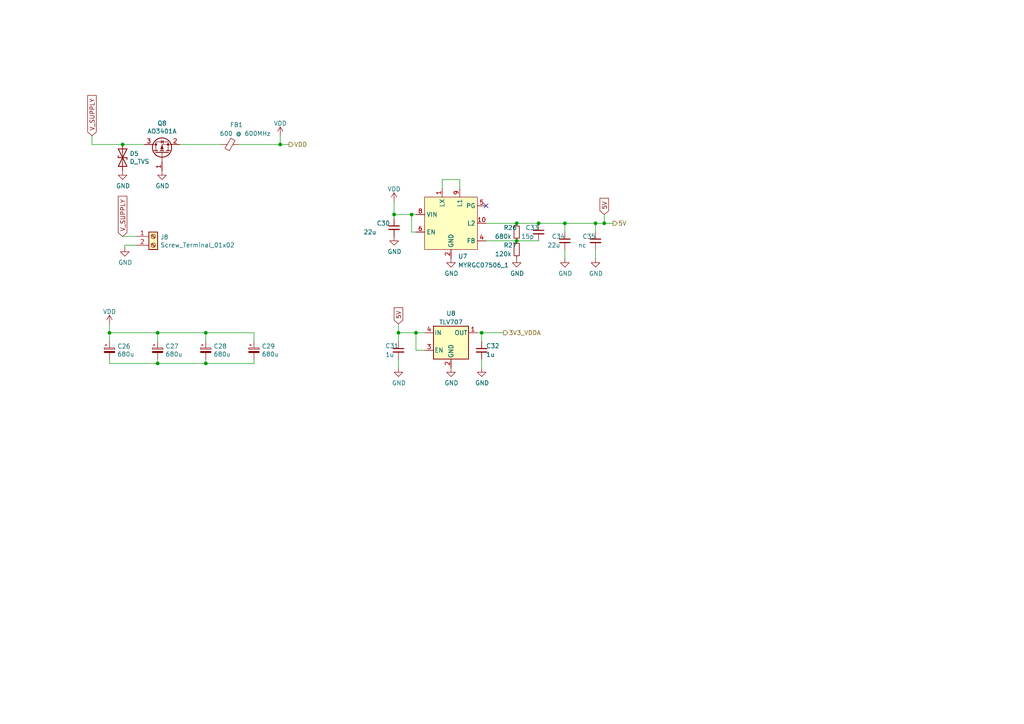
<source format=kicad_sch>
(kicad_sch (version 20211123) (generator eeschema)
  (paper "A4")
  (lib_symbols
    (symbol "Connector:Screw_Terminal_01x02" (pin_names (offset 1.016) hide)
      (property "Reference" "J" (at 0 2.54 0))
      (property "Value" "Screw_Terminal_01x02" (at 0 -5.08 0))
      (symbol "Screw_Terminal_01x02_1_1"
        (rectangle (start -1.27 1.27) (end 1.27 -3.81) (stroke (width 0.254)) (fill (type background)))
        (circle (center 0 -2.54) (radius 0.635) (stroke (width 0.1524)))
        (polyline (pts (xy -0.5334 -2.2098) (xy 0.3302 -3.048)) (stroke (width 0.1524)))
        (polyline (pts (xy -0.5334 0.3302) (xy 0.3302 -0.508)) (stroke (width 0.1524)))
        (polyline (pts (xy -0.3556 -2.032) (xy 0.508 -2.8702)) (stroke (width 0.1524)))
        (polyline (pts (xy -0.3556 0.508) (xy 0.508 -0.3302)) (stroke (width 0.1524)))
        (circle (center 0 0) (radius 0.635) (stroke (width 0.1524)))
        (pin passive line (at -5.08 0 0) (length 3.81) (name "Pin_1") (number "1"))
        (pin passive line (at -5.08 -2.54 0) (length 3.81) (name "Pin_2") (number "2"))
      )
    )
    (symbol "Device:CP_Small" (pin_numbers hide) (pin_names (offset 0.254) hide)
      (property "Reference" "C" (at 0.254 1.778 0))
      (property "Value" "Device_CP_Small" (at 0.254 -2.032 0))
      (symbol "CP_Small_0_1"
        (rectangle (start -1.524 -0.3048) (end 1.524 -0.6858) (fill (type outline)))
        (rectangle (start -1.524 0.6858) (end 1.524 0.3048))
        (polyline (pts (xy -1.27 1.524) (xy -0.762 1.524)))
        (polyline (pts (xy -1.016 1.27) (xy -1.016 1.778)))
      )
      (symbol "CP_Small_1_1"
        (pin passive line (at 0 2.54 270) (length 1.8542) (name "~") (number "1"))
        (pin passive line (at 0 -2.54 90) (length 1.8542) (name "~") (number "2"))
      )
    )
    (symbol "Device:C_Small" (pin_numbers hide) (pin_names (offset 0.254) hide)
      (property "Reference" "C" (at 0.254 1.778 0))
      (property "Value" "C_Small" (at 0.254 -2.032 0))
      (symbol "C_Small_0_1"
        (polyline (pts (xy -1.524 -0.508) (xy 1.524 -0.508)) (stroke (width 0.3302)))
        (polyline (pts (xy -1.524 0.508) (xy 1.524 0.508)) (stroke (width 0.3048)))
      )
      (symbol "C_Small_1_1"
        (pin passive line (at 0 2.54 270) (length 2.032) (name "~") (number "1"))
        (pin passive line (at 0 -2.54 90) (length 2.032) (name "~") (number "2"))
      )
    )
    (symbol "Device:D_TVS" (pin_numbers hide) (pin_names (offset 1.016) hide)
      (property "Reference" "D" (at 0 2.54 0))
      (property "Value" "D_TVS" (at 0 -2.54 0))
      (symbol "D_TVS_0_1"
        (polyline (pts (xy 1.27 0) (xy -1.27 0)))
        (polyline (pts (xy 0.508 1.27) (xy 0 1.27) (xy 0 -1.27) (xy -0.508 -1.27)) (stroke (width 0.254)))
        (polyline (pts (xy -2.54 1.27) (xy -2.54 -1.27) (xy 2.54 1.27) (xy 2.54 -1.27) (xy -2.54 1.27)) (stroke (width 0.254)))
      )
      (symbol "D_TVS_1_1"
        (pin passive line (at -3.81 0 0) (length 2.54) (name "A1") (number "1"))
        (pin passive line (at 3.81 0 180) (length 2.54) (name "A2") (number "2"))
      )
    )
    (symbol "Device:Ferrite_Bead_Small" (pin_numbers hide) (pin_names (offset 0))
      (property "Reference" "FB" (at 1.905 1.27 0))
      (property "Value" "Device_Ferrite_Bead_Small" (at 1.905 -1.27 0))
      (symbol "Ferrite_Bead_Small_0_1"
        (polyline (pts (xy 0 -1.27) (xy 0 -0.7874)))
        (polyline (pts (xy 0 0.889) (xy 0 1.2954)))
        (polyline (pts (xy -1.8288 0.2794) (xy -1.1176 1.4986) (xy 1.8288 -0.2032) (xy 1.1176 -1.4224) (xy -1.8288 0.2794)))
      )
      (symbol "Ferrite_Bead_Small_1_1"
        (pin passive line (at 0 2.54 270) (length 1.27) (name "~") (number "1"))
        (pin passive line (at 0 -2.54 90) (length 1.27) (name "~") (number "2"))
      )
    )
    (symbol "Device:R_Small" (pin_numbers hide) (pin_names (offset 0.254) hide)
      (property "Reference" "R" (at 0.762 0.508 0))
      (property "Value" "R_Small" (at 0.762 -1.016 0))
      (symbol "R_Small_0_1"
        (rectangle (start -0.762 1.778) (end 0.762 -1.778) (stroke (width 0.2032)))
      )
      (symbol "R_Small_1_1"
        (pin passive line (at 0 2.54 270) (length 0.762) (name "~") (number "1"))
        (pin passive line (at 0 -2.54 90) (length 0.762) (name "~") (number "2"))
      )
    )
    (symbol "MyLibrary_PMSM:MYRGC07506_1"
      (property "Reference" "U" (at 6.35 8.89 0))
      (property "Value" "MYRGC07506_1" (at -7.62 -8.89 0))
      (symbol "MYRGC07506_1_0_1"
        (rectangle (start -7.62 7.62) (end 7.62 -7.62) (stroke (width 0.1524)) (fill (type background)))
      )
      (symbol "MYRGC07506_1_1_1"
        (pin power_out line (at -2.54 10.16 270) (length 2.54) (name "LX") (number "1"))
        (pin power_in line (at 10.16 0 180) (length 2.54) (name "L2") (number "10"))
        (pin output line (at 0 -10.16 90) (length 2.54) (name "GND") (number "2"))
        (pin no_connect line (at -10.16 6.35 0) (length 2.54) hide (name "NC") (number "3"))
        (pin input line (at 10.16 -5.08 180) (length 2.54) (name "FB") (number "4"))
        (pin input line (at 10.16 5.08 180) (length 2.54) (name "PG") (number "5"))
        (pin output line (at -10.16 -2.54 0) (length 2.54) (name "EN") (number "6"))
        (pin no_connect line (at -10.16 -6.35 0) (length 2.54) hide (name "NC") (number "7"))
        (pin power_in line (at -10.16 2.54 0) (length 2.54) (name "VIN") (number "8"))
        (pin power_in line (at 2.54 10.16 270) (length 2.54) (name "L1") (number "9"))
      )
    )
    (symbol "MyLibrary_PMSM:TLV707" (pin_names (offset 0.254))
      (property "Reference" "U" (at -3.81 5.715 0))
      (property "Value" "TLV707" (at 0 5.715 0))
      (symbol "TLV707_0_1"
        (rectangle (start -5.08 4.445) (end 5.08 -5.08) (stroke (width 0.254)) (fill (type background)))
      )
      (symbol "TLV707_1_1"
        (pin power_out line (at 7.62 2.54 180) (length 2.54) (name "OUT") (number "1"))
        (pin power_in line (at 0 -7.62 90) (length 2.54) (name "GND") (number "2"))
        (pin input line (at -7.62 -2.54 0) (length 2.54) (name "EN") (number "3"))
        (pin power_in line (at -7.62 2.54 0) (length 2.54) (name "IN") (number "4"))
      )
    )
    (symbol "Transistor_FET:AO3401A" (pin_names hide)
      (property "Reference" "Q" (at 5.08 1.905 0))
      (property "Value" "AO3401A" (at 5.08 0 0))
      (symbol "AO3401A_0_1"
        (polyline (pts (xy 0.254 0) (xy -2.54 0)))
        (polyline (pts (xy 0.254 1.905) (xy 0.254 -1.905)) (stroke (width 0.254)))
        (polyline (pts (xy 0.762 -1.27) (xy 0.762 -2.286)) (stroke (width 0.254)))
        (polyline (pts (xy 0.762 0.508) (xy 0.762 -0.508)) (stroke (width 0.254)))
        (polyline (pts (xy 0.762 2.286) (xy 0.762 1.27)) (stroke (width 0.254)))
        (polyline (pts (xy 2.54 2.54) (xy 2.54 1.778)))
        (polyline (pts (xy 2.54 -2.54) (xy 2.54 0) (xy 0.762 0)))
        (polyline (pts (xy 0.762 1.778) (xy 3.302 1.778) (xy 3.302 -1.778) (xy 0.762 -1.778)))
        (polyline (pts (xy 2.286 0) (xy 1.27 0.381) (xy 1.27 -0.381) (xy 2.286 0)) (fill (type outline)))
        (polyline (pts (xy 2.794 -0.508) (xy 2.921 -0.381) (xy 3.683 -0.381) (xy 3.81 -0.254)))
        (polyline (pts (xy 3.302 -0.381) (xy 2.921 0.254) (xy 3.683 0.254) (xy 3.302 -0.381)))
        (circle (center 1.651 0) (radius 2.794) (stroke (width 0.254)))
        (circle (center 2.54 -1.778) (radius 0.254) (fill (type outline)))
        (circle (center 2.54 1.778) (radius 0.254) (fill (type outline)))
      )
      (symbol "AO3401A_1_1"
        (pin input line (at -5.08 0 0) (length 2.54) (name "G") (number "1"))
        (pin passive line (at 2.54 -5.08 90) (length 2.54) (name "S") (number "2"))
        (pin passive line (at 2.54 5.08 270) (length 2.54) (name "D") (number "3"))
      )
    )
    (symbol "power:GND" (power) (pin_names (offset 0))
      (property "Value" "GND" (at 0 -3.81 0))
      (symbol "GND_0_1"
        (polyline (pts (xy 0 0) (xy 0 -1.27) (xy 1.27 -1.27) (xy 0 -2.54) (xy -1.27 -1.27) (xy 0 -1.27)))
      )
      (symbol "GND_1_1"
        (pin power_in line (at 0 0 270) (length 0) hide (name "GND") (number "1"))
      )
    )
    (symbol "power:VDD" (power) (pin_names (offset 0))
      (property "Value" "VDD" (at 0 3.81 0))
      (symbol "VDD_0_1"
        (polyline (pts (xy -0.762 1.27) (xy 0 2.54)))
        (polyline (pts (xy 0 0) (xy 0 2.54)))
        (polyline (pts (xy 0 2.54) (xy 0.762 1.27)))
      )
      (symbol "VDD_1_1"
        (pin power_in line (at 0 0 90) (length 0) hide (name "VDD") (number "1"))
      )
    )
  )
  (junction (at 115.57 96.52))
  (junction (at 45.72 96.52))
  (junction (at 149.86 64.77))
  (junction (at 59.69 96.52))
  (junction (at 114.3 62.23))
  (junction (at 31.75 96.52))
  (junction (at 156.21 64.77))
  (junction (at 35.56 41.91))
  (junction (at 120.65 96.52))
  (junction (at 175.26 64.77))
  (junction (at 81.28 41.91))
  (junction (at 149.86 69.85))
  (junction (at 59.69 105.41))
  (junction (at 163.83 64.77))
  (junction (at 119.38 62.23))
  (junction (at 172.72 64.77))
  (junction (at 139.7 96.52))
  (junction (at 45.72 105.41))
  (no_connect (at 140.97 59.69))
  (wire (pts (xy 59.69 105.41) (xy 73.66 105.41)))
  (wire (pts (xy 31.75 93.98) (xy 31.75 96.52)))
  (wire (pts (xy 115.57 104.14) (xy 115.57 106.68)))
  (wire (pts (xy 115.57 96.52) (xy 120.65 96.52)))
  (wire (pts (xy 73.66 96.52) (xy 73.66 99.06)))
  (wire (pts (xy 73.66 105.41) (xy 73.66 104.14)))
  (wire (pts (xy 128.27 54.61) (xy 128.27 52.07)))
  (wire (pts (xy 114.3 62.23) (xy 119.38 62.23)))
  (wire (pts (xy 163.83 64.77) (xy 172.72 64.77)))
  (wire (pts (xy 133.35 52.07) (xy 133.35 54.61)))
  (wire (pts (xy 31.75 96.52) (xy 45.72 96.52)))
  (wire (pts (xy 26.67 41.91) (xy 35.56 41.91)))
  (wire (pts (xy 36.195 71.755) (xy 36.195 71.12)))
  (wire (pts (xy 45.72 96.52) (xy 59.69 96.52)))
  (wire (pts (xy 123.19 101.6) (xy 120.65 101.6)))
  (wire (pts (xy 81.28 39.37) (xy 81.28 41.91)))
  (wire (pts (xy 31.75 104.14) (xy 31.75 105.41)))
  (wire (pts (xy 149.86 64.77) (xy 156.21 64.77)))
  (wire (pts (xy 115.57 96.52) (xy 115.57 99.06)))
  (wire (pts (xy 175.26 64.77) (xy 172.72 64.77)))
  (wire (pts (xy 163.83 72.39) (xy 163.83 74.93)))
  (wire (pts (xy 81.28 41.91) (xy 83.82 41.91)))
  (wire (pts (xy 120.65 96.52) (xy 123.19 96.52)))
  (wire (pts (xy 140.97 69.85) (xy 149.86 69.85)))
  (wire (pts (xy 172.72 72.39) (xy 172.72 74.93)))
  (wire (pts (xy 128.27 52.07) (xy 133.35 52.07)))
  (wire (pts (xy 149.86 69.85) (xy 156.21 69.85)))
  (wire (pts (xy 31.75 105.41) (xy 45.72 105.41)))
  (wire (pts (xy 31.75 96.52) (xy 31.75 99.06)))
  (wire (pts (xy 175.26 62.23) (xy 175.26 64.77)))
  (wire (pts (xy 45.72 105.41) (xy 59.69 105.41)))
  (wire (pts (xy 163.83 64.77) (xy 163.83 67.31)))
  (wire (pts (xy 45.72 99.06) (xy 45.72 96.52)))
  (wire (pts (xy 26.67 41.91) (xy 26.67 39.37)))
  (wire (pts (xy 59.69 96.52) (xy 73.66 96.52)))
  (wire (pts (xy 45.72 104.14) (xy 45.72 105.41)))
  (wire (pts (xy 139.7 96.52) (xy 139.7 99.06)))
  (wire (pts (xy 140.97 64.77) (xy 149.86 64.77)))
  (wire (pts (xy 59.69 104.14) (xy 59.69 105.41)))
  (wire (pts (xy 172.72 64.77) (xy 172.72 67.31)))
  (wire (pts (xy 139.7 96.52) (xy 146.05 96.52)))
  (wire (pts (xy 119.38 67.31) (xy 119.38 62.23)))
  (wire (pts (xy 69.215 41.91) (xy 81.28 41.91)))
  (wire (pts (xy 52.07 41.91) (xy 64.135 41.91)))
  (wire (pts (xy 175.26 64.77) (xy 177.8 64.77)))
  (wire (pts (xy 120.65 101.6) (xy 120.65 96.52)))
  (wire (pts (xy 114.3 62.23) (xy 114.3 63.5)))
  (wire (pts (xy 115.57 93.98) (xy 115.57 96.52)))
  (wire (pts (xy 114.3 58.42) (xy 114.3 62.23)))
  (wire (pts (xy 120.65 67.31) (xy 119.38 67.31)))
  (wire (pts (xy 35.56 41.91) (xy 41.91 41.91)))
  (wire (pts (xy 36.195 71.12) (xy 39.37 71.12)))
  (wire (pts (xy 59.69 99.06) (xy 59.69 96.52)))
  (wire (pts (xy 139.7 104.14) (xy 139.7 106.68)))
  (wire (pts (xy 138.43 96.52) (xy 139.7 96.52)))
  (wire (pts (xy 156.21 64.77) (xy 163.83 64.77)))
  (wire (pts (xy 35.56 68.58) (xy 39.37 68.58)))
  (wire (pts (xy 119.38 62.23) (xy 120.65 62.23)))
  (global_label "V_SUPPLY" (shape input) (at 26.67 39.37 90) (property "Intersheet References" "${INTERSHEET_REFS}" (effects hide)))
  (global_label "5V" (shape input) (at 115.57 93.98 90) (property "Intersheet References" "${INTERSHEET_REFS}" (effects hide)))
  (global_label "5V" (shape input) (at 175.26 62.23 90) (property "Intersheet References" "${INTERSHEET_REFS}" (effects hide)))
  (global_label "V_SUPPLY" (shape input) (at 35.56 68.58 90) (property "Intersheet References" "${INTERSHEET_REFS}" (effects hide)))
  (hierarchical_label "5V" (shape output) (at 177.8 64.77 0))
  (hierarchical_label "VDD" (shape output) (at 83.82 41.91 0))
  (hierarchical_label "3V3_VDDA" (shape output) (at 146.05 96.52 0))
  (symbol (lib_id "Device:C_Small") (at 114.3 66.04 0) (unit 1)
    (property "Reference" "C30" (at 109.22 64.77 0) (effects (justify left)))
    (property "Value" "22u" (at 105.41 67.31 0) (effects (justify left)))
    (property "Footprint" "Capacitor_SMD:C_0805_2012Metric" (effects hide))
  )
  (symbol (lib_id "power:GND") (at 35.56 49.53 0) (unit 1)
    (property "Reference" "#PWR020" (effects hide))
    (property "Value" "GND" (at 35.687 53.9242 0))
  )
  (symbol (lib_id "Device:R_Small") (at 149.86 67.31 0) (unit 1)
    (property "Reference" "R26" (at 146.05 66.04 0) (effects (justify left)))
    (property "Value" "680k" (at 143.51 68.58 0) (effects (justify left)))
    (property "Footprint" "Resistor_SMD:R_0603_1608Metric" (effects hide))
  )
  (symbol (lib_id "power:GND") (at 36.195 71.755 0) (unit 1)
    (property "Reference" "#PWR022" (effects hide))
    (property "Value" "GND" (at 36.322 76.1492 0))
  )
  (symbol (lib_id "power:GND") (at 149.86 74.93 0) (unit 1)
    (property "Reference" "#PWR029" (effects hide))
    (property "Value" "GND" (at 149.987 79.3242 0))
  )
  (symbol (lib_id "Device:C_Small") (at 163.83 69.85 0) (unit 1)
    (property "Reference" "C34" (at 160.02 68.58 0) (effects (justify left)))
    (property "Value" "22u" (at 158.75 71.12 0) (effects (justify left)))
    (property "Footprint" "Capacitor_SMD:C_0603_1608Metric" (effects hide))
  )
  (symbol (lib_id "Device:CP_Small") (at 45.72 101.6 0) (unit 1)
    (property "Reference" "C27" (at 47.9552 100.4316 0) (effects (justify left)))
    (property "Value" "680u" (at 47.9552 102.743 0) (effects (justify left)))
    (property "Footprint" "Capacitor_SMD:CP_Elec_10x12.6" (effects hide))
  )
  (symbol (lib_id "Device:CP_Small") (at 73.66 101.6 0) (unit 1)
    (property "Reference" "C29" (at 75.8952 100.4316 0) (effects (justify left)))
    (property "Value" "680u" (at 75.8952 102.743 0) (effects (justify left)))
    (property "Footprint" "Capacitor_SMD:CP_Elec_10x12.6" (effects hide))
  )
  (symbol (lib_id "Connector:Screw_Terminal_01x02") (at 44.45 68.58 0) (unit 1)
    (property "Reference" "J8" (at 46.482 68.7832 0) (effects (justify left)))
    (property "Value" "Screw_Terminal_01x02" (at 46.482 71.0946 0) (effects (justify left)))
    (property "Footprint" "TerminalBlock_Phoenix:TerminalBlock_Phoenix_PT-1,5-2-3.5-H_1x02_P3.50mm_Horizontal" (effects hide))
  )
  (symbol (lib_id "power:GND") (at 130.81 106.68 0) (unit 1)
    (property "Reference" "#PWR027" (effects hide))
    (property "Value" "GND" (at 130.937 111.0742 0))
  )
  (symbol (lib_id "Device:C_Small") (at 139.7 101.6 0) (unit 1)
    (property "Reference" "C32" (at 140.97 100.33 0) (effects (justify left)))
    (property "Value" "1u" (at 140.97 102.87 0) (effects (justify left)))
    (property "Footprint" "Capacitor_SMD:C_0603_1608Metric" (effects hide))
  )
  (symbol (lib_id "Transistor_FET:AO3401A") (at 46.99 44.45 90) (unit 1)
    (property "Reference" "Q8" (at 46.99 35.7632 90))
    (property "Value" "AO3401A" (at 46.99 38.0746 90))
    (property "Footprint" "Package_TO_SOT_SMD:SOT-23" (effects hide))
    (property "Datasheet" "http://www.aosmd.com/pdfs/datasheet/AO3401A.pdf" (effects hide))
  )
  (symbol (lib_id "MyLibrary_PMSM:TLV707") (at 130.81 99.06 0) (unit 1)
    (property "Reference" "U8" (at 130.81 90.9152 0))
    (property "Value" "TLV707" (at 130.81 93.4521 0))
    (property "Footprint" "MyLibrary:TLV707" (effects hide))
  )
  (symbol (lib_id "Device:CP_Small") (at 59.69 101.6 0) (unit 1)
    (property "Reference" "C28" (at 61.9252 100.4316 0) (effects (justify left)))
    (property "Value" "680u" (at 61.9252 102.743 0) (effects (justify left)))
    (property "Footprint" "Capacitor_SMD:CP_Elec_10x12.6" (effects hide))
  )
  (symbol (lib_id "power:GND") (at 172.72 74.93 0) (unit 1)
    (property "Reference" "#PWR031" (effects hide))
    (property "Value" "GND" (at 172.847 79.3242 0))
  )
  (symbol (lib_id "power:GND") (at 46.99 49.53 0) (unit 1)
    (property "Reference" "#PWR023" (effects hide))
    (property "Value" "GND" (at 47.117 53.9242 0))
  )
  (symbol (lib_id "power:VDD") (at 114.3 58.42 0) (unit 1)
    (property "Reference" "#PWR032" (effects hide))
    (property "Value" "VDD" (at 114.3 54.8442 0))
  )
  (symbol (lib_id "Device:Ferrite_Bead_Small") (at 66.675 41.91 270) (unit 1)
    (property "Reference" "FB1" (at 68.58 36.195 90))
    (property "Value" "600 @ 600MHz" (at 71.12 38.735 90))
    (property "Footprint" "Inductor_SMD:L_0805_2012Metric" (effects hide))
  )
  (symbol (lib_id "power:GND") (at 114.3 68.58 0) (unit 1)
    (property "Reference" "#PWR024" (effects hide))
    (property "Value" "GND" (at 114.427 72.9742 0))
  )
  (symbol (lib_id "power:VDD") (at 81.28 39.37 0) (unit 1)
    (property "Reference" "#PWR021" (effects hide))
    (property "Value" "VDD" (at 81.28 35.7942 0))
  )
  (symbol (lib_id "Device:CP_Small") (at 31.75 101.6 0) (unit 1)
    (property "Reference" "C26" (at 33.9852 100.4316 0) (effects (justify left)))
    (property "Value" "680u" (at 33.9852 102.743 0) (effects (justify left)))
    (property "Footprint" "Capacitor_SMD:CP_Elec_10x12.6" (effects hide))
  )
  (symbol (lib_id "power:GND") (at 130.81 74.93 0) (unit 1)
    (property "Reference" "#PWR026" (effects hide))
    (property "Value" "GND" (at 130.937 79.3242 0))
  )
  (symbol (lib_id "Device:C_Small") (at 115.57 101.6 0) (unit 1)
    (property "Reference" "C31" (at 111.76 100.33 0) (effects (justify left)))
    (property "Value" "1u" (at 111.76 102.87 0) (effects (justify left)))
    (property "Footprint" "Capacitor_SMD:C_0603_1608Metric" (effects hide))
  )
  (symbol (lib_id "Device:C_Small") (at 172.72 69.85 0) (unit 1)
    (property "Reference" "C35" (at 168.91 68.58 0) (effects (justify left)))
    (property "Value" "nc" (at 167.64 71.12 0) (effects (justify left)))
    (property "Footprint" "Capacitor_SMD:C_0603_1608Metric" (effects hide))
  )
  (symbol (lib_id "Device:R_Small") (at 149.86 72.39 0) (unit 1)
    (property "Reference" "R27" (at 146.05 71.12 0) (effects (justify left)))
    (property "Value" "120k" (at 143.51 73.66 0) (effects (justify left)))
    (property "Footprint" "Resistor_SMD:R_0603_1608Metric" (effects hide))
  )
  (symbol (lib_id "power:VDD") (at 31.75 93.98 0) (unit 1)
    (property "Reference" "#PWR019" (effects hide))
    (property "Value" "VDD" (at 31.75 90.4042 0))
  )
  (symbol (lib_id "power:GND") (at 139.7 106.68 0) (unit 1)
    (property "Reference" "#PWR028" (effects hide))
    (property "Value" "GND" (at 139.827 111.0742 0))
  )
  (symbol (lib_id "power:GND") (at 163.83 74.93 0) (unit 1)
    (property "Reference" "#PWR030" (effects hide))
    (property "Value" "GND" (at 163.957 79.3242 0))
  )
  (symbol (lib_id "power:GND") (at 115.57 106.68 0) (unit 1)
    (property "Reference" "#PWR025" (effects hide))
    (property "Value" "GND" (at 115.697 111.0742 0))
  )
  (symbol (lib_id "Device:D_TVS") (at 35.56 45.72 270) (unit 1)
    (property "Reference" "D5" (at 37.592 44.5516 90) (effects (justify left)))
    (property "Value" "D_TVS" (at 37.592 46.863 90) (effects (justify left)))
    (property "Footprint" "Diode_SMD:D_SOD-323" (effects hide))
  )
  (symbol (lib_id "MyLibrary_PMSM:MYRGC07506_1") (at 130.81 64.77 0) (unit 1)
    (property "Reference" "U7" (at 132.8294 74.3696 0) (effects (justify left)))
    (property "Value" "MYRGC07506_1" (at 132.8294 76.9065 0) (effects (justify left)))
    (property "Footprint" "MyLibrary:Murata_picoBK" (effects hide))
  )
  (symbol (lib_id "Device:C_Small") (at 156.21 67.31 0) (unit 1)
    (property "Reference" "C33" (at 152.4 66.04 0) (effects (justify left)))
    (property "Value" "15p" (at 151.13 68.58 0) (effects (justify left)))
    (property "Footprint" "Capacitor_SMD:C_0603_1608Metric" (effects hide))
  )
)
</source>
